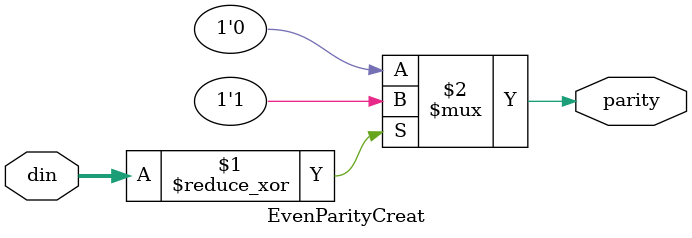
<source format=sv>
module EvenParityCreat #(
    parameter NBITS = 8 + 1
) (
    input [NBITS - 2 : 0] din,
    output parity
);
    assign parity = (^din)? 1'b1 : 1'b0;
endmodule
</source>
